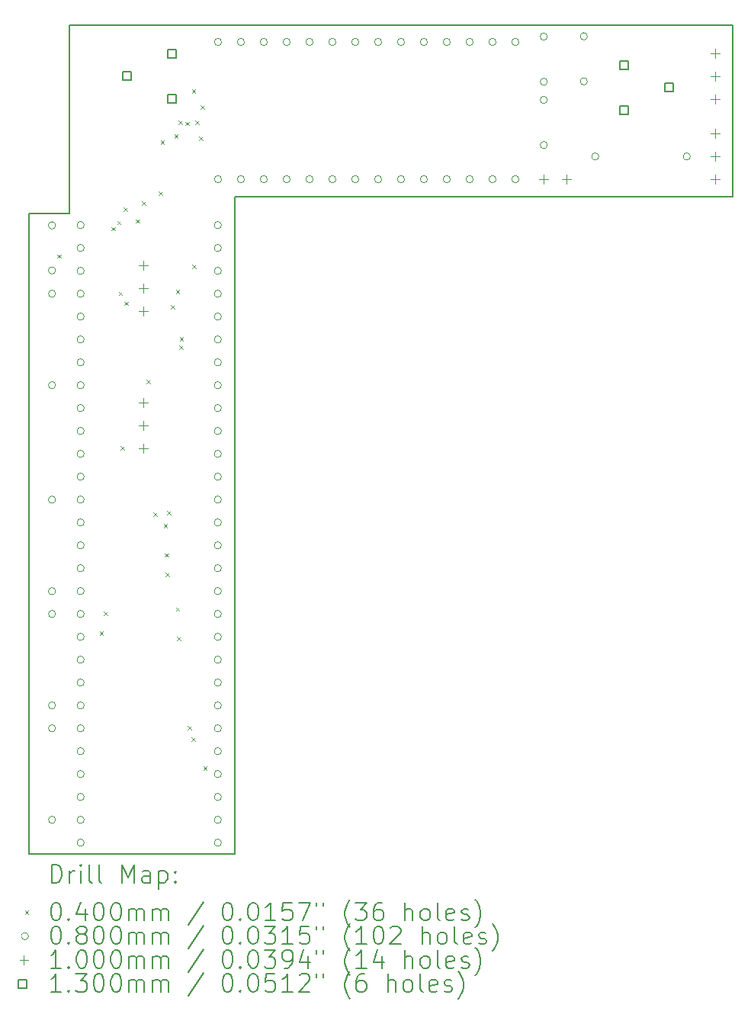
<source format=gbr>
%FSLAX45Y45*%
G04 Gerber Fmt 4.5, Leading zero omitted, Abs format (unit mm)*
G04 Created by KiCad (PCBNEW (6.0.5)) date 2023-01-02 22:47:55*
%MOMM*%
%LPD*%
G01*
G04 APERTURE LIST*
%TA.AperFunction,Profile*%
%ADD10C,0.150000*%
%TD*%
%ADD11C,0.200000*%
%ADD12C,0.040000*%
%ADD13C,0.080000*%
%ADD14C,0.100000*%
%ADD15C,0.130000*%
G04 APERTURE END LIST*
D10*
X10541000Y-8890000D02*
X10541000Y-6794500D01*
X17907000Y-8699500D02*
X17907000Y-6794500D01*
X17907000Y-6794500D02*
X10541000Y-6794500D01*
X10096500Y-16002000D02*
X10096500Y-8890000D01*
X10096500Y-8890000D02*
X10541000Y-8890000D01*
X12382500Y-16002000D02*
X12382500Y-8699500D01*
X12382500Y-16002000D02*
X10096500Y-16002000D01*
X12382500Y-8699500D02*
X17907000Y-8699500D01*
D11*
D12*
X10409900Y-9342250D02*
X10449900Y-9382250D01*
X10449900Y-9342250D02*
X10409900Y-9382250D01*
X10879550Y-13529720D02*
X10919550Y-13569720D01*
X10919550Y-13529720D02*
X10879550Y-13569720D01*
X10925520Y-13310120D02*
X10965520Y-13350120D01*
X10965520Y-13310120D02*
X10925520Y-13350120D01*
X11011950Y-9037560D02*
X11051950Y-9077560D01*
X11051950Y-9037560D02*
X11011950Y-9077560D01*
X11074490Y-8970900D02*
X11114490Y-9010900D01*
X11114490Y-8970900D02*
X11074490Y-9010900D01*
X11089890Y-9759000D02*
X11129890Y-9799000D01*
X11129890Y-9759000D02*
X11089890Y-9799000D01*
X11114430Y-11469790D02*
X11154430Y-11509790D01*
X11154430Y-11469790D02*
X11114430Y-11509790D01*
X11144560Y-8823980D02*
X11184560Y-8863980D01*
X11184560Y-8823980D02*
X11144560Y-8863980D01*
X11154850Y-9868730D02*
X11194850Y-9908730D01*
X11194850Y-9868730D02*
X11154850Y-9908730D01*
X11282230Y-8953640D02*
X11322230Y-8993640D01*
X11322230Y-8953640D02*
X11282230Y-8993640D01*
X11347110Y-8757160D02*
X11387110Y-8797160D01*
X11387110Y-8757160D02*
X11347110Y-8797160D01*
X11402680Y-10737450D02*
X11442680Y-10777450D01*
X11442680Y-10737450D02*
X11402680Y-10777450D01*
X11476160Y-12208550D02*
X11516160Y-12248550D01*
X11516160Y-12208550D02*
X11476160Y-12248550D01*
X11535930Y-8644220D02*
X11575930Y-8684220D01*
X11575930Y-8644220D02*
X11535930Y-8684220D01*
X11555780Y-8075420D02*
X11595780Y-8115420D01*
X11595780Y-8075420D02*
X11555780Y-8115420D01*
X11589730Y-12335420D02*
X11629730Y-12375420D01*
X11629730Y-12335420D02*
X11589730Y-12375420D01*
X11604230Y-12662830D02*
X11644230Y-12702830D01*
X11644230Y-12662830D02*
X11604230Y-12702830D01*
X11612880Y-12877770D02*
X11652880Y-12917770D01*
X11652880Y-12877770D02*
X11612880Y-12917770D01*
X11625420Y-12193170D02*
X11665420Y-12233170D01*
X11665420Y-12193170D02*
X11625420Y-12233170D01*
X11673550Y-9907150D02*
X11713550Y-9947150D01*
X11713550Y-9907150D02*
X11673550Y-9947150D01*
X11708760Y-8008330D02*
X11748760Y-8048330D01*
X11748760Y-8008330D02*
X11708760Y-8048330D01*
X11724940Y-9737680D02*
X11764940Y-9777680D01*
X11764940Y-9737680D02*
X11724940Y-9777680D01*
X11726750Y-13262090D02*
X11766750Y-13302090D01*
X11766750Y-13262090D02*
X11726750Y-13302090D01*
X11736040Y-13588850D02*
X11776040Y-13628850D01*
X11776040Y-13588850D02*
X11736040Y-13628850D01*
X11753250Y-7856950D02*
X11793250Y-7896950D01*
X11793250Y-7856950D02*
X11753250Y-7896950D01*
X11766660Y-10355510D02*
X11806660Y-10395510D01*
X11806660Y-10355510D02*
X11766660Y-10395510D01*
X11768500Y-10263250D02*
X11808500Y-10303250D01*
X11808500Y-10263250D02*
X11768500Y-10303250D01*
X11833720Y-7869620D02*
X11873720Y-7909620D01*
X11873720Y-7869620D02*
X11833720Y-7909620D01*
X11858640Y-14582320D02*
X11898640Y-14622320D01*
X11898640Y-14582320D02*
X11858640Y-14622320D01*
X11901090Y-14708160D02*
X11941090Y-14748160D01*
X11941090Y-14708160D02*
X11901090Y-14748160D01*
X11902500Y-7508400D02*
X11942500Y-7548400D01*
X11942500Y-7508400D02*
X11902500Y-7548400D01*
X11906090Y-9454750D02*
X11946090Y-9494750D01*
X11946090Y-9454750D02*
X11906090Y-9494750D01*
X11940000Y-7858350D02*
X11980000Y-7898350D01*
X11980000Y-7858350D02*
X11940000Y-7898350D01*
X11984270Y-8033480D02*
X12024270Y-8073480D01*
X12024270Y-8033480D02*
X11984270Y-8073480D01*
X12001090Y-7688250D02*
X12041090Y-7728250D01*
X12041090Y-7688250D02*
X12001090Y-7728250D01*
X12030630Y-15030080D02*
X12070630Y-15070080D01*
X12070630Y-15030080D02*
X12030630Y-15070080D01*
D13*
X10390500Y-9021000D02*
G75*
G03*
X10390500Y-9021000I-40000J0D01*
G01*
X10390500Y-9521000D02*
G75*
G03*
X10390500Y-9521000I-40000J0D01*
G01*
X10390500Y-9779000D02*
G75*
G03*
X10390500Y-9779000I-40000J0D01*
G01*
X10390500Y-10795000D02*
G75*
G03*
X10390500Y-10795000I-40000J0D01*
G01*
X10390500Y-12067000D02*
G75*
G03*
X10390500Y-12067000I-40000J0D01*
G01*
X10390500Y-13083000D02*
G75*
G03*
X10390500Y-13083000I-40000J0D01*
G01*
X10390500Y-13335000D02*
G75*
G03*
X10390500Y-13335000I-40000J0D01*
G01*
X10390500Y-14351000D02*
G75*
G03*
X10390500Y-14351000I-40000J0D01*
G01*
X10390500Y-14605000D02*
G75*
G03*
X10390500Y-14605000I-40000J0D01*
G01*
X10390500Y-15621000D02*
G75*
G03*
X10390500Y-15621000I-40000J0D01*
G01*
X10708000Y-9017000D02*
G75*
G03*
X10708000Y-9017000I-40000J0D01*
G01*
X10708000Y-9271000D02*
G75*
G03*
X10708000Y-9271000I-40000J0D01*
G01*
X10708000Y-9525000D02*
G75*
G03*
X10708000Y-9525000I-40000J0D01*
G01*
X10708000Y-9779000D02*
G75*
G03*
X10708000Y-9779000I-40000J0D01*
G01*
X10708000Y-10033000D02*
G75*
G03*
X10708000Y-10033000I-40000J0D01*
G01*
X10708000Y-10287000D02*
G75*
G03*
X10708000Y-10287000I-40000J0D01*
G01*
X10708000Y-10541000D02*
G75*
G03*
X10708000Y-10541000I-40000J0D01*
G01*
X10708000Y-10795000D02*
G75*
G03*
X10708000Y-10795000I-40000J0D01*
G01*
X10708000Y-11049000D02*
G75*
G03*
X10708000Y-11049000I-40000J0D01*
G01*
X10708000Y-11303000D02*
G75*
G03*
X10708000Y-11303000I-40000J0D01*
G01*
X10708000Y-11557000D02*
G75*
G03*
X10708000Y-11557000I-40000J0D01*
G01*
X10708000Y-11811000D02*
G75*
G03*
X10708000Y-11811000I-40000J0D01*
G01*
X10708000Y-12065000D02*
G75*
G03*
X10708000Y-12065000I-40000J0D01*
G01*
X10708000Y-12319000D02*
G75*
G03*
X10708000Y-12319000I-40000J0D01*
G01*
X10708000Y-12573000D02*
G75*
G03*
X10708000Y-12573000I-40000J0D01*
G01*
X10708000Y-12827000D02*
G75*
G03*
X10708000Y-12827000I-40000J0D01*
G01*
X10708000Y-13081000D02*
G75*
G03*
X10708000Y-13081000I-40000J0D01*
G01*
X10708000Y-13335000D02*
G75*
G03*
X10708000Y-13335000I-40000J0D01*
G01*
X10708000Y-13589000D02*
G75*
G03*
X10708000Y-13589000I-40000J0D01*
G01*
X10708000Y-13843000D02*
G75*
G03*
X10708000Y-13843000I-40000J0D01*
G01*
X10708000Y-14097000D02*
G75*
G03*
X10708000Y-14097000I-40000J0D01*
G01*
X10708000Y-14351000D02*
G75*
G03*
X10708000Y-14351000I-40000J0D01*
G01*
X10708000Y-14605000D02*
G75*
G03*
X10708000Y-14605000I-40000J0D01*
G01*
X10708000Y-14859000D02*
G75*
G03*
X10708000Y-14859000I-40000J0D01*
G01*
X10708000Y-15113000D02*
G75*
G03*
X10708000Y-15113000I-40000J0D01*
G01*
X10708000Y-15367000D02*
G75*
G03*
X10708000Y-15367000I-40000J0D01*
G01*
X10708000Y-15621000D02*
G75*
G03*
X10708000Y-15621000I-40000J0D01*
G01*
X10708000Y-15875000D02*
G75*
G03*
X10708000Y-15875000I-40000J0D01*
G01*
X12232000Y-9017000D02*
G75*
G03*
X12232000Y-9017000I-40000J0D01*
G01*
X12232000Y-9271000D02*
G75*
G03*
X12232000Y-9271000I-40000J0D01*
G01*
X12232000Y-9525000D02*
G75*
G03*
X12232000Y-9525000I-40000J0D01*
G01*
X12232000Y-9779000D02*
G75*
G03*
X12232000Y-9779000I-40000J0D01*
G01*
X12232000Y-10033000D02*
G75*
G03*
X12232000Y-10033000I-40000J0D01*
G01*
X12232000Y-10287000D02*
G75*
G03*
X12232000Y-10287000I-40000J0D01*
G01*
X12232000Y-10541000D02*
G75*
G03*
X12232000Y-10541000I-40000J0D01*
G01*
X12232000Y-10795000D02*
G75*
G03*
X12232000Y-10795000I-40000J0D01*
G01*
X12232000Y-11049000D02*
G75*
G03*
X12232000Y-11049000I-40000J0D01*
G01*
X12232000Y-11303000D02*
G75*
G03*
X12232000Y-11303000I-40000J0D01*
G01*
X12232000Y-11557000D02*
G75*
G03*
X12232000Y-11557000I-40000J0D01*
G01*
X12232000Y-11811000D02*
G75*
G03*
X12232000Y-11811000I-40000J0D01*
G01*
X12232000Y-12065000D02*
G75*
G03*
X12232000Y-12065000I-40000J0D01*
G01*
X12232000Y-12319000D02*
G75*
G03*
X12232000Y-12319000I-40000J0D01*
G01*
X12232000Y-12573000D02*
G75*
G03*
X12232000Y-12573000I-40000J0D01*
G01*
X12232000Y-12827000D02*
G75*
G03*
X12232000Y-12827000I-40000J0D01*
G01*
X12232000Y-13081000D02*
G75*
G03*
X12232000Y-13081000I-40000J0D01*
G01*
X12232000Y-13335000D02*
G75*
G03*
X12232000Y-13335000I-40000J0D01*
G01*
X12232000Y-13589000D02*
G75*
G03*
X12232000Y-13589000I-40000J0D01*
G01*
X12232000Y-13843000D02*
G75*
G03*
X12232000Y-13843000I-40000J0D01*
G01*
X12232000Y-14097000D02*
G75*
G03*
X12232000Y-14097000I-40000J0D01*
G01*
X12232000Y-14351000D02*
G75*
G03*
X12232000Y-14351000I-40000J0D01*
G01*
X12232000Y-14605000D02*
G75*
G03*
X12232000Y-14605000I-40000J0D01*
G01*
X12232000Y-14859000D02*
G75*
G03*
X12232000Y-14859000I-40000J0D01*
G01*
X12232000Y-15113000D02*
G75*
G03*
X12232000Y-15113000I-40000J0D01*
G01*
X12232000Y-15367000D02*
G75*
G03*
X12232000Y-15367000I-40000J0D01*
G01*
X12232000Y-15621000D02*
G75*
G03*
X12232000Y-15621000I-40000J0D01*
G01*
X12232000Y-15875000D02*
G75*
G03*
X12232000Y-15875000I-40000J0D01*
G01*
X12233500Y-6984500D02*
G75*
G03*
X12233500Y-6984500I-40000J0D01*
G01*
X12233500Y-8508500D02*
G75*
G03*
X12233500Y-8508500I-40000J0D01*
G01*
X12487500Y-6984500D02*
G75*
G03*
X12487500Y-6984500I-40000J0D01*
G01*
X12487500Y-8508500D02*
G75*
G03*
X12487500Y-8508500I-40000J0D01*
G01*
X12741500Y-6984500D02*
G75*
G03*
X12741500Y-6984500I-40000J0D01*
G01*
X12741500Y-8508500D02*
G75*
G03*
X12741500Y-8508500I-40000J0D01*
G01*
X12995500Y-6984500D02*
G75*
G03*
X12995500Y-6984500I-40000J0D01*
G01*
X12995500Y-8508500D02*
G75*
G03*
X12995500Y-8508500I-40000J0D01*
G01*
X13249500Y-6984500D02*
G75*
G03*
X13249500Y-6984500I-40000J0D01*
G01*
X13249500Y-8508500D02*
G75*
G03*
X13249500Y-8508500I-40000J0D01*
G01*
X13503500Y-6984500D02*
G75*
G03*
X13503500Y-6984500I-40000J0D01*
G01*
X13503500Y-8508500D02*
G75*
G03*
X13503500Y-8508500I-40000J0D01*
G01*
X13757500Y-6984500D02*
G75*
G03*
X13757500Y-6984500I-40000J0D01*
G01*
X13757500Y-8508500D02*
G75*
G03*
X13757500Y-8508500I-40000J0D01*
G01*
X14011500Y-6984500D02*
G75*
G03*
X14011500Y-6984500I-40000J0D01*
G01*
X14011500Y-8508500D02*
G75*
G03*
X14011500Y-8508500I-40000J0D01*
G01*
X14265500Y-6984500D02*
G75*
G03*
X14265500Y-6984500I-40000J0D01*
G01*
X14265500Y-8508500D02*
G75*
G03*
X14265500Y-8508500I-40000J0D01*
G01*
X14519500Y-6984500D02*
G75*
G03*
X14519500Y-6984500I-40000J0D01*
G01*
X14519500Y-8508500D02*
G75*
G03*
X14519500Y-8508500I-40000J0D01*
G01*
X14773500Y-6984500D02*
G75*
G03*
X14773500Y-6984500I-40000J0D01*
G01*
X14773500Y-8508500D02*
G75*
G03*
X14773500Y-8508500I-40000J0D01*
G01*
X15027500Y-6984500D02*
G75*
G03*
X15027500Y-6984500I-40000J0D01*
G01*
X15027500Y-8508500D02*
G75*
G03*
X15027500Y-8508500I-40000J0D01*
G01*
X15281500Y-6984500D02*
G75*
G03*
X15281500Y-6984500I-40000J0D01*
G01*
X15281500Y-8508500D02*
G75*
G03*
X15281500Y-8508500I-40000J0D01*
G01*
X15535500Y-6984500D02*
G75*
G03*
X15535500Y-6984500I-40000J0D01*
G01*
X15535500Y-8508500D02*
G75*
G03*
X15535500Y-8508500I-40000J0D01*
G01*
X15851500Y-6925500D02*
G75*
G03*
X15851500Y-6925500I-40000J0D01*
G01*
X15851500Y-7425500D02*
G75*
G03*
X15851500Y-7425500I-40000J0D01*
G01*
X15851500Y-7628000D02*
G75*
G03*
X15851500Y-7628000I-40000J0D01*
G01*
X15851500Y-8128000D02*
G75*
G03*
X15851500Y-8128000I-40000J0D01*
G01*
X16296000Y-6921500D02*
G75*
G03*
X16296000Y-6921500I-40000J0D01*
G01*
X16296000Y-7421500D02*
G75*
G03*
X16296000Y-7421500I-40000J0D01*
G01*
X16423000Y-8255000D02*
G75*
G03*
X16423000Y-8255000I-40000J0D01*
G01*
X17439000Y-8255000D02*
G75*
G03*
X17439000Y-8255000I-40000J0D01*
G01*
D14*
X11366500Y-9413000D02*
X11366500Y-9513000D01*
X11316500Y-9463000D02*
X11416500Y-9463000D01*
X11366500Y-9667000D02*
X11366500Y-9767000D01*
X11316500Y-9717000D02*
X11416500Y-9717000D01*
X11366500Y-9921000D02*
X11366500Y-10021000D01*
X11316500Y-9971000D02*
X11416500Y-9971000D01*
X11366500Y-10935500D02*
X11366500Y-11035500D01*
X11316500Y-10985500D02*
X11416500Y-10985500D01*
X11366500Y-11189500D02*
X11366500Y-11289500D01*
X11316500Y-11239500D02*
X11416500Y-11239500D01*
X11366500Y-11443500D02*
X11366500Y-11543500D01*
X11316500Y-11493500D02*
X11416500Y-11493500D01*
X15811500Y-8459000D02*
X15811500Y-8559000D01*
X15761500Y-8509000D02*
X15861500Y-8509000D01*
X16065500Y-8459000D02*
X16065500Y-8559000D01*
X16015500Y-8509000D02*
X16115500Y-8509000D01*
X17716500Y-7062000D02*
X17716500Y-7162000D01*
X17666500Y-7112000D02*
X17766500Y-7112000D01*
X17716500Y-7316000D02*
X17716500Y-7416000D01*
X17666500Y-7366000D02*
X17766500Y-7366000D01*
X17716500Y-7570000D02*
X17716500Y-7670000D01*
X17666500Y-7620000D02*
X17766500Y-7620000D01*
X17716500Y-7951000D02*
X17716500Y-8051000D01*
X17666500Y-8001000D02*
X17766500Y-8001000D01*
X17716500Y-8205000D02*
X17716500Y-8305000D01*
X17666500Y-8255000D02*
X17766500Y-8255000D01*
X17716500Y-8459000D02*
X17716500Y-8559000D01*
X17666500Y-8509000D02*
X17766500Y-8509000D01*
D15*
X11225962Y-7407962D02*
X11225962Y-7316038D01*
X11134038Y-7316038D01*
X11134038Y-7407962D01*
X11225962Y-7407962D01*
X11725962Y-7157962D02*
X11725962Y-7066038D01*
X11634038Y-7066038D01*
X11634038Y-7157962D01*
X11725962Y-7157962D01*
X11725962Y-7657962D02*
X11725962Y-7566038D01*
X11634038Y-7566038D01*
X11634038Y-7657962D01*
X11725962Y-7657962D01*
X16750462Y-7286462D02*
X16750462Y-7194538D01*
X16658538Y-7194538D01*
X16658538Y-7286462D01*
X16750462Y-7286462D01*
X16750462Y-7786462D02*
X16750462Y-7694538D01*
X16658538Y-7694538D01*
X16658538Y-7786462D01*
X16750462Y-7786462D01*
X17250462Y-7536462D02*
X17250462Y-7444538D01*
X17158538Y-7444538D01*
X17158538Y-7536462D01*
X17250462Y-7536462D01*
D11*
X10346619Y-16319976D02*
X10346619Y-16119976D01*
X10394238Y-16119976D01*
X10422810Y-16129500D01*
X10441857Y-16148548D01*
X10451381Y-16167595D01*
X10460905Y-16205690D01*
X10460905Y-16234262D01*
X10451381Y-16272357D01*
X10441857Y-16291405D01*
X10422810Y-16310452D01*
X10394238Y-16319976D01*
X10346619Y-16319976D01*
X10546619Y-16319976D02*
X10546619Y-16186643D01*
X10546619Y-16224738D02*
X10556143Y-16205690D01*
X10565667Y-16196167D01*
X10584714Y-16186643D01*
X10603762Y-16186643D01*
X10670429Y-16319976D02*
X10670429Y-16186643D01*
X10670429Y-16119976D02*
X10660905Y-16129500D01*
X10670429Y-16139024D01*
X10679952Y-16129500D01*
X10670429Y-16119976D01*
X10670429Y-16139024D01*
X10794238Y-16319976D02*
X10775190Y-16310452D01*
X10765667Y-16291405D01*
X10765667Y-16119976D01*
X10899000Y-16319976D02*
X10879952Y-16310452D01*
X10870429Y-16291405D01*
X10870429Y-16119976D01*
X11127571Y-16319976D02*
X11127571Y-16119976D01*
X11194238Y-16262833D01*
X11260905Y-16119976D01*
X11260905Y-16319976D01*
X11441857Y-16319976D02*
X11441857Y-16215214D01*
X11432333Y-16196167D01*
X11413286Y-16186643D01*
X11375190Y-16186643D01*
X11356143Y-16196167D01*
X11441857Y-16310452D02*
X11422809Y-16319976D01*
X11375190Y-16319976D01*
X11356143Y-16310452D01*
X11346619Y-16291405D01*
X11346619Y-16272357D01*
X11356143Y-16253309D01*
X11375190Y-16243786D01*
X11422809Y-16243786D01*
X11441857Y-16234262D01*
X11537095Y-16186643D02*
X11537095Y-16386643D01*
X11537095Y-16196167D02*
X11556143Y-16186643D01*
X11594238Y-16186643D01*
X11613286Y-16196167D01*
X11622809Y-16205690D01*
X11632333Y-16224738D01*
X11632333Y-16281881D01*
X11622809Y-16300928D01*
X11613286Y-16310452D01*
X11594238Y-16319976D01*
X11556143Y-16319976D01*
X11537095Y-16310452D01*
X11718048Y-16300928D02*
X11727571Y-16310452D01*
X11718048Y-16319976D01*
X11708524Y-16310452D01*
X11718048Y-16300928D01*
X11718048Y-16319976D01*
X11718048Y-16196167D02*
X11727571Y-16205690D01*
X11718048Y-16215214D01*
X11708524Y-16205690D01*
X11718048Y-16196167D01*
X11718048Y-16215214D01*
D12*
X10049000Y-16629500D02*
X10089000Y-16669500D01*
X10089000Y-16629500D02*
X10049000Y-16669500D01*
D11*
X10384714Y-16539976D02*
X10403762Y-16539976D01*
X10422810Y-16549500D01*
X10432333Y-16559024D01*
X10441857Y-16578071D01*
X10451381Y-16616167D01*
X10451381Y-16663786D01*
X10441857Y-16701881D01*
X10432333Y-16720928D01*
X10422810Y-16730452D01*
X10403762Y-16739976D01*
X10384714Y-16739976D01*
X10365667Y-16730452D01*
X10356143Y-16720928D01*
X10346619Y-16701881D01*
X10337095Y-16663786D01*
X10337095Y-16616167D01*
X10346619Y-16578071D01*
X10356143Y-16559024D01*
X10365667Y-16549500D01*
X10384714Y-16539976D01*
X10537095Y-16720928D02*
X10546619Y-16730452D01*
X10537095Y-16739976D01*
X10527571Y-16730452D01*
X10537095Y-16720928D01*
X10537095Y-16739976D01*
X10718048Y-16606643D02*
X10718048Y-16739976D01*
X10670429Y-16530452D02*
X10622810Y-16673309D01*
X10746619Y-16673309D01*
X10860905Y-16539976D02*
X10879952Y-16539976D01*
X10899000Y-16549500D01*
X10908524Y-16559024D01*
X10918048Y-16578071D01*
X10927571Y-16616167D01*
X10927571Y-16663786D01*
X10918048Y-16701881D01*
X10908524Y-16720928D01*
X10899000Y-16730452D01*
X10879952Y-16739976D01*
X10860905Y-16739976D01*
X10841857Y-16730452D01*
X10832333Y-16720928D01*
X10822810Y-16701881D01*
X10813286Y-16663786D01*
X10813286Y-16616167D01*
X10822810Y-16578071D01*
X10832333Y-16559024D01*
X10841857Y-16549500D01*
X10860905Y-16539976D01*
X11051381Y-16539976D02*
X11070429Y-16539976D01*
X11089476Y-16549500D01*
X11099000Y-16559024D01*
X11108524Y-16578071D01*
X11118048Y-16616167D01*
X11118048Y-16663786D01*
X11108524Y-16701881D01*
X11099000Y-16720928D01*
X11089476Y-16730452D01*
X11070429Y-16739976D01*
X11051381Y-16739976D01*
X11032333Y-16730452D01*
X11022810Y-16720928D01*
X11013286Y-16701881D01*
X11003762Y-16663786D01*
X11003762Y-16616167D01*
X11013286Y-16578071D01*
X11022810Y-16559024D01*
X11032333Y-16549500D01*
X11051381Y-16539976D01*
X11203762Y-16739976D02*
X11203762Y-16606643D01*
X11203762Y-16625690D02*
X11213286Y-16616167D01*
X11232333Y-16606643D01*
X11260905Y-16606643D01*
X11279952Y-16616167D01*
X11289476Y-16635214D01*
X11289476Y-16739976D01*
X11289476Y-16635214D02*
X11299000Y-16616167D01*
X11318048Y-16606643D01*
X11346619Y-16606643D01*
X11365667Y-16616167D01*
X11375190Y-16635214D01*
X11375190Y-16739976D01*
X11470428Y-16739976D02*
X11470428Y-16606643D01*
X11470428Y-16625690D02*
X11479952Y-16616167D01*
X11499000Y-16606643D01*
X11527571Y-16606643D01*
X11546619Y-16616167D01*
X11556143Y-16635214D01*
X11556143Y-16739976D01*
X11556143Y-16635214D02*
X11565667Y-16616167D01*
X11584714Y-16606643D01*
X11613286Y-16606643D01*
X11632333Y-16616167D01*
X11641857Y-16635214D01*
X11641857Y-16739976D01*
X12032333Y-16530452D02*
X11860905Y-16787595D01*
X12289476Y-16539976D02*
X12308524Y-16539976D01*
X12327571Y-16549500D01*
X12337095Y-16559024D01*
X12346619Y-16578071D01*
X12356143Y-16616167D01*
X12356143Y-16663786D01*
X12346619Y-16701881D01*
X12337095Y-16720928D01*
X12327571Y-16730452D01*
X12308524Y-16739976D01*
X12289476Y-16739976D01*
X12270428Y-16730452D01*
X12260905Y-16720928D01*
X12251381Y-16701881D01*
X12241857Y-16663786D01*
X12241857Y-16616167D01*
X12251381Y-16578071D01*
X12260905Y-16559024D01*
X12270428Y-16549500D01*
X12289476Y-16539976D01*
X12441857Y-16720928D02*
X12451381Y-16730452D01*
X12441857Y-16739976D01*
X12432333Y-16730452D01*
X12441857Y-16720928D01*
X12441857Y-16739976D01*
X12575190Y-16539976D02*
X12594238Y-16539976D01*
X12613286Y-16549500D01*
X12622809Y-16559024D01*
X12632333Y-16578071D01*
X12641857Y-16616167D01*
X12641857Y-16663786D01*
X12632333Y-16701881D01*
X12622809Y-16720928D01*
X12613286Y-16730452D01*
X12594238Y-16739976D01*
X12575190Y-16739976D01*
X12556143Y-16730452D01*
X12546619Y-16720928D01*
X12537095Y-16701881D01*
X12527571Y-16663786D01*
X12527571Y-16616167D01*
X12537095Y-16578071D01*
X12546619Y-16559024D01*
X12556143Y-16549500D01*
X12575190Y-16539976D01*
X12832333Y-16739976D02*
X12718048Y-16739976D01*
X12775190Y-16739976D02*
X12775190Y-16539976D01*
X12756143Y-16568548D01*
X12737095Y-16587595D01*
X12718048Y-16597119D01*
X13013286Y-16539976D02*
X12918048Y-16539976D01*
X12908524Y-16635214D01*
X12918048Y-16625690D01*
X12937095Y-16616167D01*
X12984714Y-16616167D01*
X13003762Y-16625690D01*
X13013286Y-16635214D01*
X13022809Y-16654262D01*
X13022809Y-16701881D01*
X13013286Y-16720928D01*
X13003762Y-16730452D01*
X12984714Y-16739976D01*
X12937095Y-16739976D01*
X12918048Y-16730452D01*
X12908524Y-16720928D01*
X13089476Y-16539976D02*
X13222809Y-16539976D01*
X13137095Y-16739976D01*
X13289476Y-16539976D02*
X13289476Y-16578071D01*
X13365667Y-16539976D02*
X13365667Y-16578071D01*
X13660905Y-16816167D02*
X13651381Y-16806643D01*
X13632333Y-16778071D01*
X13622809Y-16759024D01*
X13613286Y-16730452D01*
X13603762Y-16682833D01*
X13603762Y-16644738D01*
X13613286Y-16597119D01*
X13622809Y-16568548D01*
X13632333Y-16549500D01*
X13651381Y-16520928D01*
X13660905Y-16511405D01*
X13718048Y-16539976D02*
X13841857Y-16539976D01*
X13775190Y-16616167D01*
X13803762Y-16616167D01*
X13822809Y-16625690D01*
X13832333Y-16635214D01*
X13841857Y-16654262D01*
X13841857Y-16701881D01*
X13832333Y-16720928D01*
X13822809Y-16730452D01*
X13803762Y-16739976D01*
X13746619Y-16739976D01*
X13727571Y-16730452D01*
X13718048Y-16720928D01*
X14013286Y-16539976D02*
X13975190Y-16539976D01*
X13956143Y-16549500D01*
X13946619Y-16559024D01*
X13927571Y-16587595D01*
X13918048Y-16625690D01*
X13918048Y-16701881D01*
X13927571Y-16720928D01*
X13937095Y-16730452D01*
X13956143Y-16739976D01*
X13994238Y-16739976D01*
X14013286Y-16730452D01*
X14022809Y-16720928D01*
X14032333Y-16701881D01*
X14032333Y-16654262D01*
X14022809Y-16635214D01*
X14013286Y-16625690D01*
X13994238Y-16616167D01*
X13956143Y-16616167D01*
X13937095Y-16625690D01*
X13927571Y-16635214D01*
X13918048Y-16654262D01*
X14270428Y-16739976D02*
X14270428Y-16539976D01*
X14356143Y-16739976D02*
X14356143Y-16635214D01*
X14346619Y-16616167D01*
X14327571Y-16606643D01*
X14299000Y-16606643D01*
X14279952Y-16616167D01*
X14270428Y-16625690D01*
X14479952Y-16739976D02*
X14460905Y-16730452D01*
X14451381Y-16720928D01*
X14441857Y-16701881D01*
X14441857Y-16644738D01*
X14451381Y-16625690D01*
X14460905Y-16616167D01*
X14479952Y-16606643D01*
X14508524Y-16606643D01*
X14527571Y-16616167D01*
X14537095Y-16625690D01*
X14546619Y-16644738D01*
X14546619Y-16701881D01*
X14537095Y-16720928D01*
X14527571Y-16730452D01*
X14508524Y-16739976D01*
X14479952Y-16739976D01*
X14660905Y-16739976D02*
X14641857Y-16730452D01*
X14632333Y-16711405D01*
X14632333Y-16539976D01*
X14813286Y-16730452D02*
X14794238Y-16739976D01*
X14756143Y-16739976D01*
X14737095Y-16730452D01*
X14727571Y-16711405D01*
X14727571Y-16635214D01*
X14737095Y-16616167D01*
X14756143Y-16606643D01*
X14794238Y-16606643D01*
X14813286Y-16616167D01*
X14822809Y-16635214D01*
X14822809Y-16654262D01*
X14727571Y-16673309D01*
X14899000Y-16730452D02*
X14918048Y-16739976D01*
X14956143Y-16739976D01*
X14975190Y-16730452D01*
X14984714Y-16711405D01*
X14984714Y-16701881D01*
X14975190Y-16682833D01*
X14956143Y-16673309D01*
X14927571Y-16673309D01*
X14908524Y-16663786D01*
X14899000Y-16644738D01*
X14899000Y-16635214D01*
X14908524Y-16616167D01*
X14927571Y-16606643D01*
X14956143Y-16606643D01*
X14975190Y-16616167D01*
X15051381Y-16816167D02*
X15060905Y-16806643D01*
X15079952Y-16778071D01*
X15089476Y-16759024D01*
X15099000Y-16730452D01*
X15108524Y-16682833D01*
X15108524Y-16644738D01*
X15099000Y-16597119D01*
X15089476Y-16568548D01*
X15079952Y-16549500D01*
X15060905Y-16520928D01*
X15051381Y-16511405D01*
D13*
X10089000Y-16913500D02*
G75*
G03*
X10089000Y-16913500I-40000J0D01*
G01*
D11*
X10384714Y-16803976D02*
X10403762Y-16803976D01*
X10422810Y-16813500D01*
X10432333Y-16823024D01*
X10441857Y-16842071D01*
X10451381Y-16880167D01*
X10451381Y-16927786D01*
X10441857Y-16965881D01*
X10432333Y-16984929D01*
X10422810Y-16994452D01*
X10403762Y-17003976D01*
X10384714Y-17003976D01*
X10365667Y-16994452D01*
X10356143Y-16984929D01*
X10346619Y-16965881D01*
X10337095Y-16927786D01*
X10337095Y-16880167D01*
X10346619Y-16842071D01*
X10356143Y-16823024D01*
X10365667Y-16813500D01*
X10384714Y-16803976D01*
X10537095Y-16984929D02*
X10546619Y-16994452D01*
X10537095Y-17003976D01*
X10527571Y-16994452D01*
X10537095Y-16984929D01*
X10537095Y-17003976D01*
X10660905Y-16889690D02*
X10641857Y-16880167D01*
X10632333Y-16870643D01*
X10622810Y-16851595D01*
X10622810Y-16842071D01*
X10632333Y-16823024D01*
X10641857Y-16813500D01*
X10660905Y-16803976D01*
X10699000Y-16803976D01*
X10718048Y-16813500D01*
X10727571Y-16823024D01*
X10737095Y-16842071D01*
X10737095Y-16851595D01*
X10727571Y-16870643D01*
X10718048Y-16880167D01*
X10699000Y-16889690D01*
X10660905Y-16889690D01*
X10641857Y-16899214D01*
X10632333Y-16908738D01*
X10622810Y-16927786D01*
X10622810Y-16965881D01*
X10632333Y-16984929D01*
X10641857Y-16994452D01*
X10660905Y-17003976D01*
X10699000Y-17003976D01*
X10718048Y-16994452D01*
X10727571Y-16984929D01*
X10737095Y-16965881D01*
X10737095Y-16927786D01*
X10727571Y-16908738D01*
X10718048Y-16899214D01*
X10699000Y-16889690D01*
X10860905Y-16803976D02*
X10879952Y-16803976D01*
X10899000Y-16813500D01*
X10908524Y-16823024D01*
X10918048Y-16842071D01*
X10927571Y-16880167D01*
X10927571Y-16927786D01*
X10918048Y-16965881D01*
X10908524Y-16984929D01*
X10899000Y-16994452D01*
X10879952Y-17003976D01*
X10860905Y-17003976D01*
X10841857Y-16994452D01*
X10832333Y-16984929D01*
X10822810Y-16965881D01*
X10813286Y-16927786D01*
X10813286Y-16880167D01*
X10822810Y-16842071D01*
X10832333Y-16823024D01*
X10841857Y-16813500D01*
X10860905Y-16803976D01*
X11051381Y-16803976D02*
X11070429Y-16803976D01*
X11089476Y-16813500D01*
X11099000Y-16823024D01*
X11108524Y-16842071D01*
X11118048Y-16880167D01*
X11118048Y-16927786D01*
X11108524Y-16965881D01*
X11099000Y-16984929D01*
X11089476Y-16994452D01*
X11070429Y-17003976D01*
X11051381Y-17003976D01*
X11032333Y-16994452D01*
X11022810Y-16984929D01*
X11013286Y-16965881D01*
X11003762Y-16927786D01*
X11003762Y-16880167D01*
X11013286Y-16842071D01*
X11022810Y-16823024D01*
X11032333Y-16813500D01*
X11051381Y-16803976D01*
X11203762Y-17003976D02*
X11203762Y-16870643D01*
X11203762Y-16889690D02*
X11213286Y-16880167D01*
X11232333Y-16870643D01*
X11260905Y-16870643D01*
X11279952Y-16880167D01*
X11289476Y-16899214D01*
X11289476Y-17003976D01*
X11289476Y-16899214D02*
X11299000Y-16880167D01*
X11318048Y-16870643D01*
X11346619Y-16870643D01*
X11365667Y-16880167D01*
X11375190Y-16899214D01*
X11375190Y-17003976D01*
X11470428Y-17003976D02*
X11470428Y-16870643D01*
X11470428Y-16889690D02*
X11479952Y-16880167D01*
X11499000Y-16870643D01*
X11527571Y-16870643D01*
X11546619Y-16880167D01*
X11556143Y-16899214D01*
X11556143Y-17003976D01*
X11556143Y-16899214D02*
X11565667Y-16880167D01*
X11584714Y-16870643D01*
X11613286Y-16870643D01*
X11632333Y-16880167D01*
X11641857Y-16899214D01*
X11641857Y-17003976D01*
X12032333Y-16794452D02*
X11860905Y-17051595D01*
X12289476Y-16803976D02*
X12308524Y-16803976D01*
X12327571Y-16813500D01*
X12337095Y-16823024D01*
X12346619Y-16842071D01*
X12356143Y-16880167D01*
X12356143Y-16927786D01*
X12346619Y-16965881D01*
X12337095Y-16984929D01*
X12327571Y-16994452D01*
X12308524Y-17003976D01*
X12289476Y-17003976D01*
X12270428Y-16994452D01*
X12260905Y-16984929D01*
X12251381Y-16965881D01*
X12241857Y-16927786D01*
X12241857Y-16880167D01*
X12251381Y-16842071D01*
X12260905Y-16823024D01*
X12270428Y-16813500D01*
X12289476Y-16803976D01*
X12441857Y-16984929D02*
X12451381Y-16994452D01*
X12441857Y-17003976D01*
X12432333Y-16994452D01*
X12441857Y-16984929D01*
X12441857Y-17003976D01*
X12575190Y-16803976D02*
X12594238Y-16803976D01*
X12613286Y-16813500D01*
X12622809Y-16823024D01*
X12632333Y-16842071D01*
X12641857Y-16880167D01*
X12641857Y-16927786D01*
X12632333Y-16965881D01*
X12622809Y-16984929D01*
X12613286Y-16994452D01*
X12594238Y-17003976D01*
X12575190Y-17003976D01*
X12556143Y-16994452D01*
X12546619Y-16984929D01*
X12537095Y-16965881D01*
X12527571Y-16927786D01*
X12527571Y-16880167D01*
X12537095Y-16842071D01*
X12546619Y-16823024D01*
X12556143Y-16813500D01*
X12575190Y-16803976D01*
X12708524Y-16803976D02*
X12832333Y-16803976D01*
X12765667Y-16880167D01*
X12794238Y-16880167D01*
X12813286Y-16889690D01*
X12822809Y-16899214D01*
X12832333Y-16918262D01*
X12832333Y-16965881D01*
X12822809Y-16984929D01*
X12813286Y-16994452D01*
X12794238Y-17003976D01*
X12737095Y-17003976D01*
X12718048Y-16994452D01*
X12708524Y-16984929D01*
X13022809Y-17003976D02*
X12908524Y-17003976D01*
X12965667Y-17003976D02*
X12965667Y-16803976D01*
X12946619Y-16832548D01*
X12927571Y-16851595D01*
X12908524Y-16861119D01*
X13203762Y-16803976D02*
X13108524Y-16803976D01*
X13099000Y-16899214D01*
X13108524Y-16889690D01*
X13127571Y-16880167D01*
X13175190Y-16880167D01*
X13194238Y-16889690D01*
X13203762Y-16899214D01*
X13213286Y-16918262D01*
X13213286Y-16965881D01*
X13203762Y-16984929D01*
X13194238Y-16994452D01*
X13175190Y-17003976D01*
X13127571Y-17003976D01*
X13108524Y-16994452D01*
X13099000Y-16984929D01*
X13289476Y-16803976D02*
X13289476Y-16842071D01*
X13365667Y-16803976D02*
X13365667Y-16842071D01*
X13660905Y-17080167D02*
X13651381Y-17070643D01*
X13632333Y-17042071D01*
X13622809Y-17023024D01*
X13613286Y-16994452D01*
X13603762Y-16946833D01*
X13603762Y-16908738D01*
X13613286Y-16861119D01*
X13622809Y-16832548D01*
X13632333Y-16813500D01*
X13651381Y-16784929D01*
X13660905Y-16775405D01*
X13841857Y-17003976D02*
X13727571Y-17003976D01*
X13784714Y-17003976D02*
X13784714Y-16803976D01*
X13765667Y-16832548D01*
X13746619Y-16851595D01*
X13727571Y-16861119D01*
X13965667Y-16803976D02*
X13984714Y-16803976D01*
X14003762Y-16813500D01*
X14013286Y-16823024D01*
X14022809Y-16842071D01*
X14032333Y-16880167D01*
X14032333Y-16927786D01*
X14022809Y-16965881D01*
X14013286Y-16984929D01*
X14003762Y-16994452D01*
X13984714Y-17003976D01*
X13965667Y-17003976D01*
X13946619Y-16994452D01*
X13937095Y-16984929D01*
X13927571Y-16965881D01*
X13918048Y-16927786D01*
X13918048Y-16880167D01*
X13927571Y-16842071D01*
X13937095Y-16823024D01*
X13946619Y-16813500D01*
X13965667Y-16803976D01*
X14108524Y-16823024D02*
X14118048Y-16813500D01*
X14137095Y-16803976D01*
X14184714Y-16803976D01*
X14203762Y-16813500D01*
X14213286Y-16823024D01*
X14222809Y-16842071D01*
X14222809Y-16861119D01*
X14213286Y-16889690D01*
X14099000Y-17003976D01*
X14222809Y-17003976D01*
X14460905Y-17003976D02*
X14460905Y-16803976D01*
X14546619Y-17003976D02*
X14546619Y-16899214D01*
X14537095Y-16880167D01*
X14518048Y-16870643D01*
X14489476Y-16870643D01*
X14470428Y-16880167D01*
X14460905Y-16889690D01*
X14670428Y-17003976D02*
X14651381Y-16994452D01*
X14641857Y-16984929D01*
X14632333Y-16965881D01*
X14632333Y-16908738D01*
X14641857Y-16889690D01*
X14651381Y-16880167D01*
X14670428Y-16870643D01*
X14699000Y-16870643D01*
X14718048Y-16880167D01*
X14727571Y-16889690D01*
X14737095Y-16908738D01*
X14737095Y-16965881D01*
X14727571Y-16984929D01*
X14718048Y-16994452D01*
X14699000Y-17003976D01*
X14670428Y-17003976D01*
X14851381Y-17003976D02*
X14832333Y-16994452D01*
X14822809Y-16975405D01*
X14822809Y-16803976D01*
X15003762Y-16994452D02*
X14984714Y-17003976D01*
X14946619Y-17003976D01*
X14927571Y-16994452D01*
X14918048Y-16975405D01*
X14918048Y-16899214D01*
X14927571Y-16880167D01*
X14946619Y-16870643D01*
X14984714Y-16870643D01*
X15003762Y-16880167D01*
X15013286Y-16899214D01*
X15013286Y-16918262D01*
X14918048Y-16937310D01*
X15089476Y-16994452D02*
X15108524Y-17003976D01*
X15146619Y-17003976D01*
X15165667Y-16994452D01*
X15175190Y-16975405D01*
X15175190Y-16965881D01*
X15165667Y-16946833D01*
X15146619Y-16937310D01*
X15118048Y-16937310D01*
X15099000Y-16927786D01*
X15089476Y-16908738D01*
X15089476Y-16899214D01*
X15099000Y-16880167D01*
X15118048Y-16870643D01*
X15146619Y-16870643D01*
X15165667Y-16880167D01*
X15241857Y-17080167D02*
X15251381Y-17070643D01*
X15270428Y-17042071D01*
X15279952Y-17023024D01*
X15289476Y-16994452D01*
X15299000Y-16946833D01*
X15299000Y-16908738D01*
X15289476Y-16861119D01*
X15279952Y-16832548D01*
X15270428Y-16813500D01*
X15251381Y-16784929D01*
X15241857Y-16775405D01*
D14*
X10039000Y-17127500D02*
X10039000Y-17227500D01*
X9989000Y-17177500D02*
X10089000Y-17177500D01*
D11*
X10451381Y-17267976D02*
X10337095Y-17267976D01*
X10394238Y-17267976D02*
X10394238Y-17067976D01*
X10375190Y-17096548D01*
X10356143Y-17115595D01*
X10337095Y-17125119D01*
X10537095Y-17248929D02*
X10546619Y-17258452D01*
X10537095Y-17267976D01*
X10527571Y-17258452D01*
X10537095Y-17248929D01*
X10537095Y-17267976D01*
X10670429Y-17067976D02*
X10689476Y-17067976D01*
X10708524Y-17077500D01*
X10718048Y-17087024D01*
X10727571Y-17106071D01*
X10737095Y-17144167D01*
X10737095Y-17191786D01*
X10727571Y-17229881D01*
X10718048Y-17248929D01*
X10708524Y-17258452D01*
X10689476Y-17267976D01*
X10670429Y-17267976D01*
X10651381Y-17258452D01*
X10641857Y-17248929D01*
X10632333Y-17229881D01*
X10622810Y-17191786D01*
X10622810Y-17144167D01*
X10632333Y-17106071D01*
X10641857Y-17087024D01*
X10651381Y-17077500D01*
X10670429Y-17067976D01*
X10860905Y-17067976D02*
X10879952Y-17067976D01*
X10899000Y-17077500D01*
X10908524Y-17087024D01*
X10918048Y-17106071D01*
X10927571Y-17144167D01*
X10927571Y-17191786D01*
X10918048Y-17229881D01*
X10908524Y-17248929D01*
X10899000Y-17258452D01*
X10879952Y-17267976D01*
X10860905Y-17267976D01*
X10841857Y-17258452D01*
X10832333Y-17248929D01*
X10822810Y-17229881D01*
X10813286Y-17191786D01*
X10813286Y-17144167D01*
X10822810Y-17106071D01*
X10832333Y-17087024D01*
X10841857Y-17077500D01*
X10860905Y-17067976D01*
X11051381Y-17067976D02*
X11070429Y-17067976D01*
X11089476Y-17077500D01*
X11099000Y-17087024D01*
X11108524Y-17106071D01*
X11118048Y-17144167D01*
X11118048Y-17191786D01*
X11108524Y-17229881D01*
X11099000Y-17248929D01*
X11089476Y-17258452D01*
X11070429Y-17267976D01*
X11051381Y-17267976D01*
X11032333Y-17258452D01*
X11022810Y-17248929D01*
X11013286Y-17229881D01*
X11003762Y-17191786D01*
X11003762Y-17144167D01*
X11013286Y-17106071D01*
X11022810Y-17087024D01*
X11032333Y-17077500D01*
X11051381Y-17067976D01*
X11203762Y-17267976D02*
X11203762Y-17134643D01*
X11203762Y-17153690D02*
X11213286Y-17144167D01*
X11232333Y-17134643D01*
X11260905Y-17134643D01*
X11279952Y-17144167D01*
X11289476Y-17163214D01*
X11289476Y-17267976D01*
X11289476Y-17163214D02*
X11299000Y-17144167D01*
X11318048Y-17134643D01*
X11346619Y-17134643D01*
X11365667Y-17144167D01*
X11375190Y-17163214D01*
X11375190Y-17267976D01*
X11470428Y-17267976D02*
X11470428Y-17134643D01*
X11470428Y-17153690D02*
X11479952Y-17144167D01*
X11499000Y-17134643D01*
X11527571Y-17134643D01*
X11546619Y-17144167D01*
X11556143Y-17163214D01*
X11556143Y-17267976D01*
X11556143Y-17163214D02*
X11565667Y-17144167D01*
X11584714Y-17134643D01*
X11613286Y-17134643D01*
X11632333Y-17144167D01*
X11641857Y-17163214D01*
X11641857Y-17267976D01*
X12032333Y-17058452D02*
X11860905Y-17315595D01*
X12289476Y-17067976D02*
X12308524Y-17067976D01*
X12327571Y-17077500D01*
X12337095Y-17087024D01*
X12346619Y-17106071D01*
X12356143Y-17144167D01*
X12356143Y-17191786D01*
X12346619Y-17229881D01*
X12337095Y-17248929D01*
X12327571Y-17258452D01*
X12308524Y-17267976D01*
X12289476Y-17267976D01*
X12270428Y-17258452D01*
X12260905Y-17248929D01*
X12251381Y-17229881D01*
X12241857Y-17191786D01*
X12241857Y-17144167D01*
X12251381Y-17106071D01*
X12260905Y-17087024D01*
X12270428Y-17077500D01*
X12289476Y-17067976D01*
X12441857Y-17248929D02*
X12451381Y-17258452D01*
X12441857Y-17267976D01*
X12432333Y-17258452D01*
X12441857Y-17248929D01*
X12441857Y-17267976D01*
X12575190Y-17067976D02*
X12594238Y-17067976D01*
X12613286Y-17077500D01*
X12622809Y-17087024D01*
X12632333Y-17106071D01*
X12641857Y-17144167D01*
X12641857Y-17191786D01*
X12632333Y-17229881D01*
X12622809Y-17248929D01*
X12613286Y-17258452D01*
X12594238Y-17267976D01*
X12575190Y-17267976D01*
X12556143Y-17258452D01*
X12546619Y-17248929D01*
X12537095Y-17229881D01*
X12527571Y-17191786D01*
X12527571Y-17144167D01*
X12537095Y-17106071D01*
X12546619Y-17087024D01*
X12556143Y-17077500D01*
X12575190Y-17067976D01*
X12708524Y-17067976D02*
X12832333Y-17067976D01*
X12765667Y-17144167D01*
X12794238Y-17144167D01*
X12813286Y-17153690D01*
X12822809Y-17163214D01*
X12832333Y-17182262D01*
X12832333Y-17229881D01*
X12822809Y-17248929D01*
X12813286Y-17258452D01*
X12794238Y-17267976D01*
X12737095Y-17267976D01*
X12718048Y-17258452D01*
X12708524Y-17248929D01*
X12927571Y-17267976D02*
X12965667Y-17267976D01*
X12984714Y-17258452D01*
X12994238Y-17248929D01*
X13013286Y-17220357D01*
X13022809Y-17182262D01*
X13022809Y-17106071D01*
X13013286Y-17087024D01*
X13003762Y-17077500D01*
X12984714Y-17067976D01*
X12946619Y-17067976D01*
X12927571Y-17077500D01*
X12918048Y-17087024D01*
X12908524Y-17106071D01*
X12908524Y-17153690D01*
X12918048Y-17172738D01*
X12927571Y-17182262D01*
X12946619Y-17191786D01*
X12984714Y-17191786D01*
X13003762Y-17182262D01*
X13013286Y-17172738D01*
X13022809Y-17153690D01*
X13194238Y-17134643D02*
X13194238Y-17267976D01*
X13146619Y-17058452D02*
X13099000Y-17201310D01*
X13222809Y-17201310D01*
X13289476Y-17067976D02*
X13289476Y-17106071D01*
X13365667Y-17067976D02*
X13365667Y-17106071D01*
X13660905Y-17344167D02*
X13651381Y-17334643D01*
X13632333Y-17306071D01*
X13622809Y-17287024D01*
X13613286Y-17258452D01*
X13603762Y-17210833D01*
X13603762Y-17172738D01*
X13613286Y-17125119D01*
X13622809Y-17096548D01*
X13632333Y-17077500D01*
X13651381Y-17048929D01*
X13660905Y-17039405D01*
X13841857Y-17267976D02*
X13727571Y-17267976D01*
X13784714Y-17267976D02*
X13784714Y-17067976D01*
X13765667Y-17096548D01*
X13746619Y-17115595D01*
X13727571Y-17125119D01*
X14013286Y-17134643D02*
X14013286Y-17267976D01*
X13965667Y-17058452D02*
X13918048Y-17201310D01*
X14041857Y-17201310D01*
X14270428Y-17267976D02*
X14270428Y-17067976D01*
X14356143Y-17267976D02*
X14356143Y-17163214D01*
X14346619Y-17144167D01*
X14327571Y-17134643D01*
X14299000Y-17134643D01*
X14279952Y-17144167D01*
X14270428Y-17153690D01*
X14479952Y-17267976D02*
X14460905Y-17258452D01*
X14451381Y-17248929D01*
X14441857Y-17229881D01*
X14441857Y-17172738D01*
X14451381Y-17153690D01*
X14460905Y-17144167D01*
X14479952Y-17134643D01*
X14508524Y-17134643D01*
X14527571Y-17144167D01*
X14537095Y-17153690D01*
X14546619Y-17172738D01*
X14546619Y-17229881D01*
X14537095Y-17248929D01*
X14527571Y-17258452D01*
X14508524Y-17267976D01*
X14479952Y-17267976D01*
X14660905Y-17267976D02*
X14641857Y-17258452D01*
X14632333Y-17239405D01*
X14632333Y-17067976D01*
X14813286Y-17258452D02*
X14794238Y-17267976D01*
X14756143Y-17267976D01*
X14737095Y-17258452D01*
X14727571Y-17239405D01*
X14727571Y-17163214D01*
X14737095Y-17144167D01*
X14756143Y-17134643D01*
X14794238Y-17134643D01*
X14813286Y-17144167D01*
X14822809Y-17163214D01*
X14822809Y-17182262D01*
X14727571Y-17201310D01*
X14899000Y-17258452D02*
X14918048Y-17267976D01*
X14956143Y-17267976D01*
X14975190Y-17258452D01*
X14984714Y-17239405D01*
X14984714Y-17229881D01*
X14975190Y-17210833D01*
X14956143Y-17201310D01*
X14927571Y-17201310D01*
X14908524Y-17191786D01*
X14899000Y-17172738D01*
X14899000Y-17163214D01*
X14908524Y-17144167D01*
X14927571Y-17134643D01*
X14956143Y-17134643D01*
X14975190Y-17144167D01*
X15051381Y-17344167D02*
X15060905Y-17334643D01*
X15079952Y-17306071D01*
X15089476Y-17287024D01*
X15099000Y-17258452D01*
X15108524Y-17210833D01*
X15108524Y-17172738D01*
X15099000Y-17125119D01*
X15089476Y-17096548D01*
X15079952Y-17077500D01*
X15060905Y-17048929D01*
X15051381Y-17039405D01*
D15*
X10069962Y-17487462D02*
X10069962Y-17395538D01*
X9978038Y-17395538D01*
X9978038Y-17487462D01*
X10069962Y-17487462D01*
D11*
X10451381Y-17531976D02*
X10337095Y-17531976D01*
X10394238Y-17531976D02*
X10394238Y-17331976D01*
X10375190Y-17360548D01*
X10356143Y-17379595D01*
X10337095Y-17389119D01*
X10537095Y-17512929D02*
X10546619Y-17522452D01*
X10537095Y-17531976D01*
X10527571Y-17522452D01*
X10537095Y-17512929D01*
X10537095Y-17531976D01*
X10613286Y-17331976D02*
X10737095Y-17331976D01*
X10670429Y-17408167D01*
X10699000Y-17408167D01*
X10718048Y-17417690D01*
X10727571Y-17427214D01*
X10737095Y-17446262D01*
X10737095Y-17493881D01*
X10727571Y-17512929D01*
X10718048Y-17522452D01*
X10699000Y-17531976D01*
X10641857Y-17531976D01*
X10622810Y-17522452D01*
X10613286Y-17512929D01*
X10860905Y-17331976D02*
X10879952Y-17331976D01*
X10899000Y-17341500D01*
X10908524Y-17351024D01*
X10918048Y-17370071D01*
X10927571Y-17408167D01*
X10927571Y-17455786D01*
X10918048Y-17493881D01*
X10908524Y-17512929D01*
X10899000Y-17522452D01*
X10879952Y-17531976D01*
X10860905Y-17531976D01*
X10841857Y-17522452D01*
X10832333Y-17512929D01*
X10822810Y-17493881D01*
X10813286Y-17455786D01*
X10813286Y-17408167D01*
X10822810Y-17370071D01*
X10832333Y-17351024D01*
X10841857Y-17341500D01*
X10860905Y-17331976D01*
X11051381Y-17331976D02*
X11070429Y-17331976D01*
X11089476Y-17341500D01*
X11099000Y-17351024D01*
X11108524Y-17370071D01*
X11118048Y-17408167D01*
X11118048Y-17455786D01*
X11108524Y-17493881D01*
X11099000Y-17512929D01*
X11089476Y-17522452D01*
X11070429Y-17531976D01*
X11051381Y-17531976D01*
X11032333Y-17522452D01*
X11022810Y-17512929D01*
X11013286Y-17493881D01*
X11003762Y-17455786D01*
X11003762Y-17408167D01*
X11013286Y-17370071D01*
X11022810Y-17351024D01*
X11032333Y-17341500D01*
X11051381Y-17331976D01*
X11203762Y-17531976D02*
X11203762Y-17398643D01*
X11203762Y-17417690D02*
X11213286Y-17408167D01*
X11232333Y-17398643D01*
X11260905Y-17398643D01*
X11279952Y-17408167D01*
X11289476Y-17427214D01*
X11289476Y-17531976D01*
X11289476Y-17427214D02*
X11299000Y-17408167D01*
X11318048Y-17398643D01*
X11346619Y-17398643D01*
X11365667Y-17408167D01*
X11375190Y-17427214D01*
X11375190Y-17531976D01*
X11470428Y-17531976D02*
X11470428Y-17398643D01*
X11470428Y-17417690D02*
X11479952Y-17408167D01*
X11499000Y-17398643D01*
X11527571Y-17398643D01*
X11546619Y-17408167D01*
X11556143Y-17427214D01*
X11556143Y-17531976D01*
X11556143Y-17427214D02*
X11565667Y-17408167D01*
X11584714Y-17398643D01*
X11613286Y-17398643D01*
X11632333Y-17408167D01*
X11641857Y-17427214D01*
X11641857Y-17531976D01*
X12032333Y-17322452D02*
X11860905Y-17579595D01*
X12289476Y-17331976D02*
X12308524Y-17331976D01*
X12327571Y-17341500D01*
X12337095Y-17351024D01*
X12346619Y-17370071D01*
X12356143Y-17408167D01*
X12356143Y-17455786D01*
X12346619Y-17493881D01*
X12337095Y-17512929D01*
X12327571Y-17522452D01*
X12308524Y-17531976D01*
X12289476Y-17531976D01*
X12270428Y-17522452D01*
X12260905Y-17512929D01*
X12251381Y-17493881D01*
X12241857Y-17455786D01*
X12241857Y-17408167D01*
X12251381Y-17370071D01*
X12260905Y-17351024D01*
X12270428Y-17341500D01*
X12289476Y-17331976D01*
X12441857Y-17512929D02*
X12451381Y-17522452D01*
X12441857Y-17531976D01*
X12432333Y-17522452D01*
X12441857Y-17512929D01*
X12441857Y-17531976D01*
X12575190Y-17331976D02*
X12594238Y-17331976D01*
X12613286Y-17341500D01*
X12622809Y-17351024D01*
X12632333Y-17370071D01*
X12641857Y-17408167D01*
X12641857Y-17455786D01*
X12632333Y-17493881D01*
X12622809Y-17512929D01*
X12613286Y-17522452D01*
X12594238Y-17531976D01*
X12575190Y-17531976D01*
X12556143Y-17522452D01*
X12546619Y-17512929D01*
X12537095Y-17493881D01*
X12527571Y-17455786D01*
X12527571Y-17408167D01*
X12537095Y-17370071D01*
X12546619Y-17351024D01*
X12556143Y-17341500D01*
X12575190Y-17331976D01*
X12822809Y-17331976D02*
X12727571Y-17331976D01*
X12718048Y-17427214D01*
X12727571Y-17417690D01*
X12746619Y-17408167D01*
X12794238Y-17408167D01*
X12813286Y-17417690D01*
X12822809Y-17427214D01*
X12832333Y-17446262D01*
X12832333Y-17493881D01*
X12822809Y-17512929D01*
X12813286Y-17522452D01*
X12794238Y-17531976D01*
X12746619Y-17531976D01*
X12727571Y-17522452D01*
X12718048Y-17512929D01*
X13022809Y-17531976D02*
X12908524Y-17531976D01*
X12965667Y-17531976D02*
X12965667Y-17331976D01*
X12946619Y-17360548D01*
X12927571Y-17379595D01*
X12908524Y-17389119D01*
X13099000Y-17351024D02*
X13108524Y-17341500D01*
X13127571Y-17331976D01*
X13175190Y-17331976D01*
X13194238Y-17341500D01*
X13203762Y-17351024D01*
X13213286Y-17370071D01*
X13213286Y-17389119D01*
X13203762Y-17417690D01*
X13089476Y-17531976D01*
X13213286Y-17531976D01*
X13289476Y-17331976D02*
X13289476Y-17370071D01*
X13365667Y-17331976D02*
X13365667Y-17370071D01*
X13660905Y-17608167D02*
X13651381Y-17598643D01*
X13632333Y-17570071D01*
X13622809Y-17551024D01*
X13613286Y-17522452D01*
X13603762Y-17474833D01*
X13603762Y-17436738D01*
X13613286Y-17389119D01*
X13622809Y-17360548D01*
X13632333Y-17341500D01*
X13651381Y-17312929D01*
X13660905Y-17303405D01*
X13822809Y-17331976D02*
X13784714Y-17331976D01*
X13765667Y-17341500D01*
X13756143Y-17351024D01*
X13737095Y-17379595D01*
X13727571Y-17417690D01*
X13727571Y-17493881D01*
X13737095Y-17512929D01*
X13746619Y-17522452D01*
X13765667Y-17531976D01*
X13803762Y-17531976D01*
X13822809Y-17522452D01*
X13832333Y-17512929D01*
X13841857Y-17493881D01*
X13841857Y-17446262D01*
X13832333Y-17427214D01*
X13822809Y-17417690D01*
X13803762Y-17408167D01*
X13765667Y-17408167D01*
X13746619Y-17417690D01*
X13737095Y-17427214D01*
X13727571Y-17446262D01*
X14079952Y-17531976D02*
X14079952Y-17331976D01*
X14165667Y-17531976D02*
X14165667Y-17427214D01*
X14156143Y-17408167D01*
X14137095Y-17398643D01*
X14108524Y-17398643D01*
X14089476Y-17408167D01*
X14079952Y-17417690D01*
X14289476Y-17531976D02*
X14270428Y-17522452D01*
X14260905Y-17512929D01*
X14251381Y-17493881D01*
X14251381Y-17436738D01*
X14260905Y-17417690D01*
X14270428Y-17408167D01*
X14289476Y-17398643D01*
X14318048Y-17398643D01*
X14337095Y-17408167D01*
X14346619Y-17417690D01*
X14356143Y-17436738D01*
X14356143Y-17493881D01*
X14346619Y-17512929D01*
X14337095Y-17522452D01*
X14318048Y-17531976D01*
X14289476Y-17531976D01*
X14470428Y-17531976D02*
X14451381Y-17522452D01*
X14441857Y-17503405D01*
X14441857Y-17331976D01*
X14622809Y-17522452D02*
X14603762Y-17531976D01*
X14565667Y-17531976D01*
X14546619Y-17522452D01*
X14537095Y-17503405D01*
X14537095Y-17427214D01*
X14546619Y-17408167D01*
X14565667Y-17398643D01*
X14603762Y-17398643D01*
X14622809Y-17408167D01*
X14632333Y-17427214D01*
X14632333Y-17446262D01*
X14537095Y-17465310D01*
X14708524Y-17522452D02*
X14727571Y-17531976D01*
X14765667Y-17531976D01*
X14784714Y-17522452D01*
X14794238Y-17503405D01*
X14794238Y-17493881D01*
X14784714Y-17474833D01*
X14765667Y-17465310D01*
X14737095Y-17465310D01*
X14718048Y-17455786D01*
X14708524Y-17436738D01*
X14708524Y-17427214D01*
X14718048Y-17408167D01*
X14737095Y-17398643D01*
X14765667Y-17398643D01*
X14784714Y-17408167D01*
X14860905Y-17608167D02*
X14870428Y-17598643D01*
X14889476Y-17570071D01*
X14899000Y-17551024D01*
X14908524Y-17522452D01*
X14918048Y-17474833D01*
X14918048Y-17436738D01*
X14908524Y-17389119D01*
X14899000Y-17360548D01*
X14889476Y-17341500D01*
X14870428Y-17312929D01*
X14860905Y-17303405D01*
M02*

</source>
